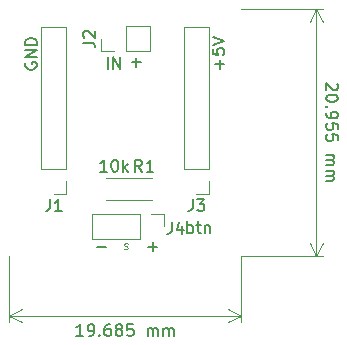
<source format=gto>
%TF.GenerationSoftware,KiCad,Pcbnew,(5.1.12-1-10_14)*%
%TF.CreationDate,2021-12-06T02:25:41+01:00*%
%TF.ProjectId,contraddictionLamp_signals,636f6e74-7261-4646-9469-6374696f6e4c,1*%
%TF.SameCoordinates,Original*%
%TF.FileFunction,Legend,Top*%
%TF.FilePolarity,Positive*%
%FSLAX46Y46*%
G04 Gerber Fmt 4.6, Leading zero omitted, Abs format (unit mm)*
G04 Created by KiCad (PCBNEW (5.1.12-1-10_14)) date 2021-12-06 02:25:41*
%MOMM*%
%LPD*%
G01*
G04 APERTURE LIST*
%ADD10C,0.150000*%
%ADD11C,0.120000*%
%ADD12C,0.125000*%
G04 APERTURE END LIST*
D10*
X109776071Y-104528880D02*
X109204642Y-104528880D01*
X109490357Y-104528880D02*
X109490357Y-103528880D01*
X109395119Y-103671738D01*
X109299880Y-103766976D01*
X109204642Y-103814595D01*
X110252261Y-104528880D02*
X110442738Y-104528880D01*
X110537976Y-104481261D01*
X110585595Y-104433642D01*
X110680833Y-104290785D01*
X110728452Y-104100309D01*
X110728452Y-103719357D01*
X110680833Y-103624119D01*
X110633214Y-103576500D01*
X110537976Y-103528880D01*
X110347500Y-103528880D01*
X110252261Y-103576500D01*
X110204642Y-103624119D01*
X110157023Y-103719357D01*
X110157023Y-103957452D01*
X110204642Y-104052690D01*
X110252261Y-104100309D01*
X110347500Y-104147928D01*
X110537976Y-104147928D01*
X110633214Y-104100309D01*
X110680833Y-104052690D01*
X110728452Y-103957452D01*
X111157023Y-104433642D02*
X111204642Y-104481261D01*
X111157023Y-104528880D01*
X111109404Y-104481261D01*
X111157023Y-104433642D01*
X111157023Y-104528880D01*
X112061785Y-103528880D02*
X111871309Y-103528880D01*
X111776071Y-103576500D01*
X111728452Y-103624119D01*
X111633214Y-103766976D01*
X111585595Y-103957452D01*
X111585595Y-104338404D01*
X111633214Y-104433642D01*
X111680833Y-104481261D01*
X111776071Y-104528880D01*
X111966547Y-104528880D01*
X112061785Y-104481261D01*
X112109404Y-104433642D01*
X112157023Y-104338404D01*
X112157023Y-104100309D01*
X112109404Y-104005071D01*
X112061785Y-103957452D01*
X111966547Y-103909833D01*
X111776071Y-103909833D01*
X111680833Y-103957452D01*
X111633214Y-104005071D01*
X111585595Y-104100309D01*
X112728452Y-103957452D02*
X112633214Y-103909833D01*
X112585595Y-103862214D01*
X112537976Y-103766976D01*
X112537976Y-103719357D01*
X112585595Y-103624119D01*
X112633214Y-103576500D01*
X112728452Y-103528880D01*
X112918928Y-103528880D01*
X113014166Y-103576500D01*
X113061785Y-103624119D01*
X113109404Y-103719357D01*
X113109404Y-103766976D01*
X113061785Y-103862214D01*
X113014166Y-103909833D01*
X112918928Y-103957452D01*
X112728452Y-103957452D01*
X112633214Y-104005071D01*
X112585595Y-104052690D01*
X112537976Y-104147928D01*
X112537976Y-104338404D01*
X112585595Y-104433642D01*
X112633214Y-104481261D01*
X112728452Y-104528880D01*
X112918928Y-104528880D01*
X113014166Y-104481261D01*
X113061785Y-104433642D01*
X113109404Y-104338404D01*
X113109404Y-104147928D01*
X113061785Y-104052690D01*
X113014166Y-104005071D01*
X112918928Y-103957452D01*
X114014166Y-103528880D02*
X113537976Y-103528880D01*
X113490357Y-104005071D01*
X113537976Y-103957452D01*
X113633214Y-103909833D01*
X113871309Y-103909833D01*
X113966547Y-103957452D01*
X114014166Y-104005071D01*
X114061785Y-104100309D01*
X114061785Y-104338404D01*
X114014166Y-104433642D01*
X113966547Y-104481261D01*
X113871309Y-104528880D01*
X113633214Y-104528880D01*
X113537976Y-104481261D01*
X113490357Y-104433642D01*
X115252261Y-104528880D02*
X115252261Y-103862214D01*
X115252261Y-103957452D02*
X115299880Y-103909833D01*
X115395119Y-103862214D01*
X115537976Y-103862214D01*
X115633214Y-103909833D01*
X115680833Y-104005071D01*
X115680833Y-104528880D01*
X115680833Y-104005071D02*
X115728452Y-103909833D01*
X115823690Y-103862214D01*
X115966547Y-103862214D01*
X116061785Y-103909833D01*
X116109404Y-104005071D01*
X116109404Y-104528880D01*
X116585595Y-104528880D02*
X116585595Y-103862214D01*
X116585595Y-103957452D02*
X116633214Y-103909833D01*
X116728452Y-103862214D01*
X116871309Y-103862214D01*
X116966547Y-103909833D01*
X117014166Y-104005071D01*
X117014166Y-104528880D01*
X117014166Y-104005071D02*
X117061785Y-103909833D01*
X117157023Y-103862214D01*
X117299880Y-103862214D01*
X117395119Y-103909833D01*
X117442738Y-104005071D01*
X117442738Y-104528880D01*
D11*
X103505000Y-102806500D02*
X123190000Y-102806500D01*
X103505000Y-97790000D02*
X103505000Y-103392921D01*
X123190000Y-97790000D02*
X123190000Y-103392921D01*
X123190000Y-102806500D02*
X122063496Y-103392921D01*
X123190000Y-102806500D02*
X122063496Y-102220079D01*
X103505000Y-102806500D02*
X104631504Y-103392921D01*
X103505000Y-102806500D02*
X104631504Y-102220079D01*
D10*
X131262380Y-83169642D02*
X131310000Y-83217261D01*
X131357619Y-83312500D01*
X131357619Y-83550595D01*
X131310000Y-83645833D01*
X131262380Y-83693452D01*
X131167142Y-83741071D01*
X131071904Y-83741071D01*
X130929047Y-83693452D01*
X130357619Y-83122023D01*
X130357619Y-83741071D01*
X131357619Y-84360119D02*
X131357619Y-84455357D01*
X131310000Y-84550595D01*
X131262380Y-84598214D01*
X131167142Y-84645833D01*
X130976666Y-84693452D01*
X130738571Y-84693452D01*
X130548095Y-84645833D01*
X130452857Y-84598214D01*
X130405238Y-84550595D01*
X130357619Y-84455357D01*
X130357619Y-84360119D01*
X130405238Y-84264880D01*
X130452857Y-84217261D01*
X130548095Y-84169642D01*
X130738571Y-84122023D01*
X130976666Y-84122023D01*
X131167142Y-84169642D01*
X131262380Y-84217261D01*
X131310000Y-84264880D01*
X131357619Y-84360119D01*
X130452857Y-85122023D02*
X130405238Y-85169642D01*
X130357619Y-85122023D01*
X130405238Y-85074404D01*
X130452857Y-85122023D01*
X130357619Y-85122023D01*
X130357619Y-85645833D02*
X130357619Y-85836309D01*
X130405238Y-85931547D01*
X130452857Y-85979166D01*
X130595714Y-86074404D01*
X130786190Y-86122023D01*
X131167142Y-86122023D01*
X131262380Y-86074404D01*
X131310000Y-86026785D01*
X131357619Y-85931547D01*
X131357619Y-85741071D01*
X131310000Y-85645833D01*
X131262380Y-85598214D01*
X131167142Y-85550595D01*
X130929047Y-85550595D01*
X130833809Y-85598214D01*
X130786190Y-85645833D01*
X130738571Y-85741071D01*
X130738571Y-85931547D01*
X130786190Y-86026785D01*
X130833809Y-86074404D01*
X130929047Y-86122023D01*
X131357619Y-87026785D02*
X131357619Y-86550595D01*
X130881428Y-86502976D01*
X130929047Y-86550595D01*
X130976666Y-86645833D01*
X130976666Y-86883928D01*
X130929047Y-86979166D01*
X130881428Y-87026785D01*
X130786190Y-87074404D01*
X130548095Y-87074404D01*
X130452857Y-87026785D01*
X130405238Y-86979166D01*
X130357619Y-86883928D01*
X130357619Y-86645833D01*
X130405238Y-86550595D01*
X130452857Y-86502976D01*
X131357619Y-87979166D02*
X131357619Y-87502976D01*
X130881428Y-87455357D01*
X130929047Y-87502976D01*
X130976666Y-87598214D01*
X130976666Y-87836309D01*
X130929047Y-87931547D01*
X130881428Y-87979166D01*
X130786190Y-88026785D01*
X130548095Y-88026785D01*
X130452857Y-87979166D01*
X130405238Y-87931547D01*
X130357619Y-87836309D01*
X130357619Y-87598214D01*
X130405238Y-87502976D01*
X130452857Y-87455357D01*
X130357619Y-89217261D02*
X131024285Y-89217261D01*
X130929047Y-89217261D02*
X130976666Y-89264880D01*
X131024285Y-89360119D01*
X131024285Y-89502976D01*
X130976666Y-89598214D01*
X130881428Y-89645833D01*
X130357619Y-89645833D01*
X130881428Y-89645833D02*
X130976666Y-89693452D01*
X131024285Y-89788690D01*
X131024285Y-89931547D01*
X130976666Y-90026785D01*
X130881428Y-90074404D01*
X130357619Y-90074404D01*
X130357619Y-90550595D02*
X131024285Y-90550595D01*
X130929047Y-90550595D02*
X130976666Y-90598214D01*
X131024285Y-90693452D01*
X131024285Y-90836309D01*
X130976666Y-90931547D01*
X130881428Y-90979166D01*
X130357619Y-90979166D01*
X130881428Y-90979166D02*
X130976666Y-91026785D01*
X131024285Y-91122023D01*
X131024285Y-91264880D01*
X130976666Y-91360119D01*
X130881428Y-91407738D01*
X130357619Y-91407738D01*
D11*
X129540000Y-76835000D02*
X129540000Y-97790000D01*
X123190000Y-76835000D02*
X130126421Y-76835000D01*
X123190000Y-97790000D02*
X130126421Y-97790000D01*
X129540000Y-97790000D02*
X128953579Y-96663496D01*
X129540000Y-97790000D02*
X130126421Y-96663496D01*
X129540000Y-76835000D02*
X128953579Y-77961504D01*
X129540000Y-76835000D02*
X130126421Y-77961504D01*
D12*
X113268142Y-97166880D02*
X113339571Y-97190690D01*
X113458619Y-97190690D01*
X113506238Y-97166880D01*
X113530047Y-97143071D01*
X113553857Y-97095452D01*
X113553857Y-97047833D01*
X113530047Y-97000214D01*
X113506238Y-96976404D01*
X113458619Y-96952595D01*
X113363380Y-96928785D01*
X113315761Y-96904976D01*
X113291952Y-96881166D01*
X113268142Y-96833547D01*
X113268142Y-96785928D01*
X113291952Y-96738309D01*
X113315761Y-96714500D01*
X113363380Y-96690690D01*
X113482428Y-96690690D01*
X113553857Y-96714500D01*
D10*
X110934547Y-96972428D02*
X111696452Y-96972428D01*
X115316047Y-96972428D02*
X116077952Y-96972428D01*
X115697000Y-97353380D02*
X115697000Y-96591476D01*
X111871190Y-81922880D02*
X111871190Y-80922880D01*
X112347380Y-81922880D02*
X112347380Y-80922880D01*
X112918809Y-81922880D01*
X112918809Y-80922880D01*
X113919047Y-81351428D02*
X114680952Y-81351428D01*
X114300000Y-81732380D02*
X114300000Y-80970476D01*
X118618119Y-95829380D02*
X118618119Y-94829380D01*
X118618119Y-95210333D02*
X118713357Y-95162714D01*
X118903833Y-95162714D01*
X118999071Y-95210333D01*
X119046690Y-95257952D01*
X119094309Y-95353190D01*
X119094309Y-95638904D01*
X119046690Y-95734142D01*
X118999071Y-95781761D01*
X118903833Y-95829380D01*
X118713357Y-95829380D01*
X118618119Y-95781761D01*
X119380023Y-95162714D02*
X119760976Y-95162714D01*
X119522880Y-94829380D02*
X119522880Y-95686523D01*
X119570500Y-95781761D01*
X119665738Y-95829380D01*
X119760976Y-95829380D01*
X120094309Y-95162714D02*
X120094309Y-95829380D01*
X120094309Y-95257952D02*
X120141928Y-95210333D01*
X120237166Y-95162714D01*
X120380023Y-95162714D01*
X120475261Y-95210333D01*
X120522880Y-95305571D01*
X120522880Y-95829380D01*
X111799761Y-90622380D02*
X111228333Y-90622380D01*
X111514047Y-90622380D02*
X111514047Y-89622380D01*
X111418809Y-89765238D01*
X111323571Y-89860476D01*
X111228333Y-89908095D01*
X112418809Y-89622380D02*
X112514047Y-89622380D01*
X112609285Y-89670000D01*
X112656904Y-89717619D01*
X112704523Y-89812857D01*
X112752142Y-90003333D01*
X112752142Y-90241428D01*
X112704523Y-90431904D01*
X112656904Y-90527142D01*
X112609285Y-90574761D01*
X112514047Y-90622380D01*
X112418809Y-90622380D01*
X112323571Y-90574761D01*
X112275952Y-90527142D01*
X112228333Y-90431904D01*
X112180714Y-90241428D01*
X112180714Y-90003333D01*
X112228333Y-89812857D01*
X112275952Y-89717619D01*
X112323571Y-89670000D01*
X112418809Y-89622380D01*
X113180714Y-90622380D02*
X113180714Y-89622380D01*
X113275952Y-90241428D02*
X113561666Y-90622380D01*
X113561666Y-89955714D02*
X113180714Y-90336666D01*
X104910000Y-81406904D02*
X104862380Y-81502142D01*
X104862380Y-81645000D01*
X104910000Y-81787857D01*
X105005238Y-81883095D01*
X105100476Y-81930714D01*
X105290952Y-81978333D01*
X105433809Y-81978333D01*
X105624285Y-81930714D01*
X105719523Y-81883095D01*
X105814761Y-81787857D01*
X105862380Y-81645000D01*
X105862380Y-81549761D01*
X105814761Y-81406904D01*
X105767142Y-81359285D01*
X105433809Y-81359285D01*
X105433809Y-81549761D01*
X105862380Y-80930714D02*
X104862380Y-80930714D01*
X105862380Y-80359285D01*
X104862380Y-80359285D01*
X105862380Y-79883095D02*
X104862380Y-79883095D01*
X104862380Y-79645000D01*
X104910000Y-79502142D01*
X105005238Y-79406904D01*
X105100476Y-79359285D01*
X105290952Y-79311666D01*
X105433809Y-79311666D01*
X105624285Y-79359285D01*
X105719523Y-79406904D01*
X105814761Y-79502142D01*
X105862380Y-79645000D01*
X105862380Y-79883095D01*
X121356428Y-81930714D02*
X121356428Y-81168809D01*
X121737380Y-81549761D02*
X120975476Y-81549761D01*
X120737380Y-80216428D02*
X120737380Y-80692619D01*
X121213571Y-80740238D01*
X121165952Y-80692619D01*
X121118333Y-80597380D01*
X121118333Y-80359285D01*
X121165952Y-80264047D01*
X121213571Y-80216428D01*
X121308809Y-80168809D01*
X121546904Y-80168809D01*
X121642142Y-80216428D01*
X121689761Y-80264047D01*
X121737380Y-80359285D01*
X121737380Y-80597380D01*
X121689761Y-80692619D01*
X121642142Y-80740238D01*
X120737380Y-79883095D02*
X121737380Y-79549761D01*
X120737380Y-79216428D01*
D11*
%TO.C,R1*%
X111745000Y-91155000D02*
X115585000Y-91155000D01*
X111745000Y-92995000D02*
X115585000Y-92995000D01*
%TO.C,J4*%
X110510000Y-94190000D02*
X110510000Y-96310000D01*
X114570000Y-94190000D02*
X110510000Y-94190000D01*
X114570000Y-96310000D02*
X110510000Y-96310000D01*
X114570000Y-94190000D02*
X114570000Y-96310000D01*
X115570000Y-94190000D02*
X116630000Y-94190000D01*
X116630000Y-94190000D02*
X116630000Y-95250000D01*
%TO.C,J3*%
X120440000Y-78380000D02*
X118320000Y-78380000D01*
X120440000Y-90440000D02*
X120440000Y-78380000D01*
X118320000Y-90440000D02*
X118320000Y-78380000D01*
X120440000Y-90440000D02*
X118320000Y-90440000D01*
X120440000Y-91440000D02*
X120440000Y-92500000D01*
X120440000Y-92500000D02*
X119380000Y-92500000D01*
%TO.C,J2*%
X115455000Y-80435000D02*
X115455000Y-78315000D01*
X113395000Y-80435000D02*
X115455000Y-80435000D01*
X113395000Y-78315000D02*
X115455000Y-78315000D01*
X113395000Y-80435000D02*
X113395000Y-78315000D01*
X112395000Y-80435000D02*
X111335000Y-80435000D01*
X111335000Y-80435000D02*
X111335000Y-79375000D01*
%TO.C,J1*%
X108375000Y-78380000D02*
X106255000Y-78380000D01*
X108375000Y-90440000D02*
X108375000Y-78380000D01*
X106255000Y-90440000D02*
X106255000Y-78380000D01*
X108375000Y-90440000D02*
X106255000Y-90440000D01*
X108375000Y-91440000D02*
X108375000Y-92500000D01*
X108375000Y-92500000D02*
X107315000Y-92500000D01*
%TO.C,R1*%
D10*
X114768333Y-90622380D02*
X114435000Y-90146190D01*
X114196904Y-90622380D02*
X114196904Y-89622380D01*
X114577857Y-89622380D01*
X114673095Y-89670000D01*
X114720714Y-89717619D01*
X114768333Y-89812857D01*
X114768333Y-89955714D01*
X114720714Y-90050952D01*
X114673095Y-90098571D01*
X114577857Y-90146190D01*
X114196904Y-90146190D01*
X115720714Y-90622380D02*
X115149285Y-90622380D01*
X115435000Y-90622380D02*
X115435000Y-89622380D01*
X115339761Y-89765238D01*
X115244523Y-89860476D01*
X115149285Y-89908095D01*
%TO.C,J4*%
X117268666Y-94892880D02*
X117268666Y-95607166D01*
X117221047Y-95750023D01*
X117125809Y-95845261D01*
X116982952Y-95892880D01*
X116887714Y-95892880D01*
X118173428Y-95226214D02*
X118173428Y-95892880D01*
X117935333Y-94845261D02*
X117697238Y-95559547D01*
X118316285Y-95559547D01*
%TO.C,J3*%
X119046666Y-92952380D02*
X119046666Y-93666666D01*
X118999047Y-93809523D01*
X118903809Y-93904761D01*
X118760952Y-93952380D01*
X118665714Y-93952380D01*
X119427619Y-92952380D02*
X120046666Y-92952380D01*
X119713333Y-93333333D01*
X119856190Y-93333333D01*
X119951428Y-93380952D01*
X119999047Y-93428571D01*
X120046666Y-93523809D01*
X120046666Y-93761904D01*
X119999047Y-93857142D01*
X119951428Y-93904761D01*
X119856190Y-93952380D01*
X119570476Y-93952380D01*
X119475238Y-93904761D01*
X119427619Y-93857142D01*
%TO.C,J2*%
X109787380Y-79708333D02*
X110501666Y-79708333D01*
X110644523Y-79755952D01*
X110739761Y-79851190D01*
X110787380Y-79994047D01*
X110787380Y-80089285D01*
X109882619Y-79279761D02*
X109835000Y-79232142D01*
X109787380Y-79136904D01*
X109787380Y-78898809D01*
X109835000Y-78803571D01*
X109882619Y-78755952D01*
X109977857Y-78708333D01*
X110073095Y-78708333D01*
X110215952Y-78755952D01*
X110787380Y-79327380D01*
X110787380Y-78708333D01*
%TO.C,J1*%
X106981666Y-92952380D02*
X106981666Y-93666666D01*
X106934047Y-93809523D01*
X106838809Y-93904761D01*
X106695952Y-93952380D01*
X106600714Y-93952380D01*
X107981666Y-93952380D02*
X107410238Y-93952380D01*
X107695952Y-93952380D02*
X107695952Y-92952380D01*
X107600714Y-93095238D01*
X107505476Y-93190476D01*
X107410238Y-93238095D01*
%TD*%
M02*

</source>
